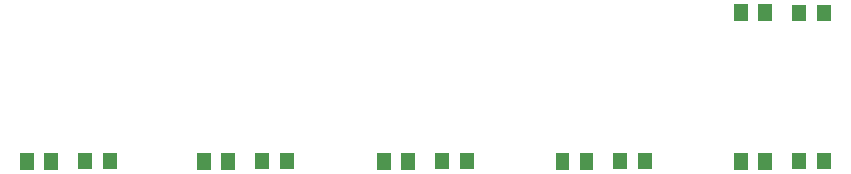
<source format=gtp>
G04 Layer: TopPasteMaskLayer*
G04 EasyEDA v6.4.31, 2022-02-04 23:24:27*
G04 1551f2279af443638085206af3fd0dcc,e8ed4560e5824e1ea3c46bb2bbde2574,10*
G04 Gerber Generator version 0.2*
G04 Scale: 100 percent, Rotated: No, Reflected: No *
G04 Dimensions in millimeters *
G04 leading zeros omitted , absolute positions ,4 integer and 5 decimal *
%FSLAX45Y45*%
%MOMM*%

%ADD15R,1.3005X1.3995*%

%LPD*%
G36*
X10013099Y-12170300D02*
G01*
X10129100Y-12170300D01*
X10129100Y-12315299D01*
X10013099Y-12315299D01*
G37*
G36*
X10216299Y-12170300D02*
G01*
X10332300Y-12170300D01*
X10332300Y-12315299D01*
X10216299Y-12315299D01*
G37*
G36*
X10013099Y-13427600D02*
G01*
X10129100Y-13427600D01*
X10129100Y-13572599D01*
X10013099Y-13572599D01*
G37*
G36*
X10216299Y-13427600D02*
G01*
X10332300Y-13427600D01*
X10332300Y-13572599D01*
X10216299Y-13572599D01*
G37*
G36*
X8501799Y-13427600D02*
G01*
X8617800Y-13427600D01*
X8617800Y-13572599D01*
X8501799Y-13572599D01*
G37*
G36*
X8704999Y-13427600D02*
G01*
X8821000Y-13427600D01*
X8821000Y-13572599D01*
X8704999Y-13572599D01*
G37*
G36*
X6990499Y-13427600D02*
G01*
X7106500Y-13427600D01*
X7106500Y-13572599D01*
X6990499Y-13572599D01*
G37*
G36*
X7193699Y-13427600D02*
G01*
X7309700Y-13427600D01*
X7309700Y-13572599D01*
X7193699Y-13572599D01*
G37*
G36*
X5466499Y-13427600D02*
G01*
X5582500Y-13427600D01*
X5582500Y-13572599D01*
X5466499Y-13572599D01*
G37*
G36*
X5669699Y-13427600D02*
G01*
X5785700Y-13427600D01*
X5785700Y-13572599D01*
X5669699Y-13572599D01*
G37*
G36*
X3967899Y-13427600D02*
G01*
X4083900Y-13427600D01*
X4083900Y-13572599D01*
X3967899Y-13572599D01*
G37*
G36*
X4171099Y-13427600D02*
G01*
X4287100Y-13427600D01*
X4287100Y-13572599D01*
X4171099Y-13572599D01*
G37*
D15*
G01*
X10769600Y-12242800D03*
G01*
X10559541Y-12242800D03*
G01*
X10769600Y-13500100D03*
G01*
X10559541Y-13500100D03*
G01*
X9258300Y-13500100D03*
G01*
X9048241Y-13500100D03*
G01*
X7750429Y-13500100D03*
G01*
X7540370Y-13500100D03*
G01*
X6226429Y-13500100D03*
G01*
X6016370Y-13500100D03*
G01*
X4724400Y-13500100D03*
G01*
X4514341Y-13500100D03*
M02*

</source>
